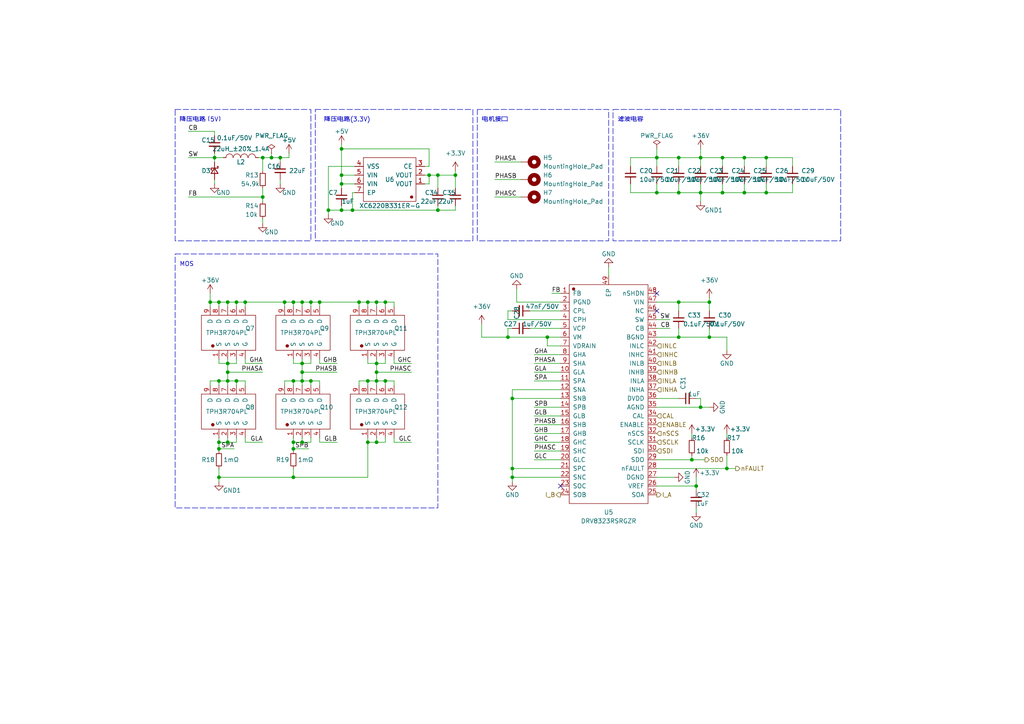
<source format=kicad_sch>
(kicad_sch (version 20230121) (generator eeschema)
  (paper "A4")
  (lib_symbols
    (symbol "Device:C_Small" (pin_numbers hide) (pin_names (offset 0.254) hide)
      (property "Reference" "C" (at 0.254 1.778 0))
      (property "Value" "C_Small" (at 0.254 -2.032 0))
      (symbol "C_Small_0_1"
        (polyline (pts (xy -1.524 -0.508) (xy 1.524 -0.508)) (stroke (width 0.3302)))
        (polyline (pts (xy -1.524 0.508) (xy 1.524 0.508)) (stroke (width 0.3048)))
      )
      (symbol "C_Small_1_1"
        (pin passive line (at 0 2.54 270) (length 2.032) (name "~") (number "1"))
        (pin passive line (at 0 -2.54 90) (length 2.032) (name "~") (number "2"))
      )
    )
    (symbol "Device:D_Schottky_Small" (pin_numbers hide) (pin_names (offset 0.254) hide)
      (property "Reference" "D" (at -1.27 2.032 0))
      (property "Value" "D_Schottky_Small" (at -7.112 -2.032 0))
      (symbol "D_Schottky_Small_0_1"
        (polyline (pts (xy -0.762 0) (xy 0.762 0)))
        (polyline (pts (xy 0.762 -1.016) (xy -0.762 0) (xy 0.762 1.016) (xy 0.762 -1.016)) (stroke (width 0.254)))
        (polyline (pts (xy -1.27 0.762) (xy -1.27 1.016) (xy -0.762 1.016) (xy -0.762 -1.016) (xy -0.254 -1.016) (xy -0.254 -0.762)) (stroke (width 0.254)))
      )
      (symbol "D_Schottky_Small_1_1"
        (pin passive line (at -2.54 0 0) (length 1.778) (name "K") (number "1"))
        (pin passive line (at 2.54 0 180) (length 1.778) (name "A") (number "2"))
      )
    )
    (symbol "Device:R_Small" (pin_numbers hide) (pin_names (offset 0.254) hide)
      (property "Reference" "R" (at 0.762 0.508 0))
      (property "Value" "R_Small" (at 0.762 -1.016 0))
      (symbol "R_Small_0_1"
        (rectangle (start -0.762 1.778) (end 0.762 -1.778) (stroke (width 0.2032)))
      )
      (symbol "R_Small_1_1"
        (pin passive line (at 0 2.54 270) (length 0.762) (name "~") (number "1"))
        (pin passive line (at 0 -2.54 90) (length 0.762) (name "~") (number "2"))
      )
    )
    (symbol "Mechanical:MountingHole_Pad" (pin_numbers hide) (pin_names (offset 1.016) hide)
      (property "Reference" "H" (at 0 6.35 0))
      (property "Value" "MountingHole_Pad" (at 0 4.445 0))
      (symbol "MountingHole_Pad_0_1"
        (circle (center 0 1.27) (radius 1.27) (stroke (width 1.27)))
      )
      (symbol "MountingHole_Pad_1_1"
        (pin input line (at 0 -2.54 90) (length 2.54) (name "1") (number "1"))
      )
    )
    (symbol "Rick_Drive:DRV8323RSRGZR" (pin_names (offset 1.016))
      (property "Reference" "U" (at 0 37.3126 0))
      (property "Value" "DRV8323RSRGZR" (at 0 42.3926 0))
      (symbol "DRV8323RSRGZR_1_1"
        (rectangle (start -11.43 31.75) (end 11.43 -31.75) (stroke (width 0.1524)))
        (circle (center -10.16 30.48) (radius 0.381) (stroke (width 0.1524)) (fill (type outline)))
        (pin input line (at -13.97 29.21 0) (length 2.54) (name "FB") (number "1"))
        (pin output line (at -13.97 6.35 0) (length 2.54) (name "GLA") (number "10"))
        (pin input line (at -13.97 3.81 0) (length 2.54) (name "SPA") (number "11"))
        (pin input line (at -13.97 1.27 0) (length 2.54) (name "SNA") (number "12"))
        (pin input line (at -13.97 -1.27 0) (length 2.54) (name "SNB") (number "13"))
        (pin input line (at -13.97 -3.81 0) (length 2.54) (name "SPB") (number "14"))
        (pin output line (at -13.97 -6.35 0) (length 2.54) (name "GLB") (number "15"))
        (pin input line (at -13.97 -8.89 0) (length 2.54) (name "SHB") (number "16"))
        (pin output line (at -13.97 -11.43 0) (length 2.54) (name "GHB") (number "17"))
        (pin output line (at -13.97 -13.97 0) (length 2.54) (name "GHC") (number "18"))
        (pin input line (at -13.97 -16.51 0) (length 2.54) (name "SHC") (number "19"))
        (pin power_in line (at -13.97 26.67 0) (length 2.54) (name "PGND") (number "2"))
        (pin output line (at -13.97 -19.05 0) (length 2.54) (name "GLC") (number "20"))
        (pin input line (at -13.97 -21.59 0) (length 2.54) (name "SPC") (number "21"))
        (pin input line (at -13.97 -24.13 0) (length 2.54) (name "SNC") (number "22"))
        (pin output line (at -13.97 -26.67 0) (length 2.54) (name "SOC") (number "23"))
        (pin output line (at -13.97 -29.21 0) (length 2.54) (name "SOB") (number "24"))
        (pin output line (at 13.97 -29.21 180) (length 2.54) (name "SOA") (number "25"))
        (pin power_in line (at 13.97 -26.67 180) (length 2.54) (name "VREF") (number "26"))
        (pin power_in line (at 13.97 -24.13 180) (length 2.54) (name "DGND") (number "27"))
        (pin output line (at 13.97 -21.59 180) (length 2.54) (name "nFAULT") (number "28"))
        (pin output line (at 13.97 -19.05 180) (length 2.54) (name "SDO") (number "29"))
        (pin passive line (at -13.97 24.13 0) (length 2.54) (name "CPL") (number "3"))
        (pin input line (at 13.97 -16.51 180) (length 2.54) (name "SDI") (number "30"))
        (pin input line (at 13.97 -13.97 180) (length 2.54) (name "SCLK") (number "31"))
        (pin input line (at 13.97 -11.43 180) (length 2.54) (name "nSCS") (number "32"))
        (pin input line (at 13.97 -8.89 180) (length 2.54) (name "ENABLE") (number "33"))
        (pin input line (at 13.97 -6.35 180) (length 2.54) (name "CAL") (number "34"))
        (pin power_in line (at 13.97 -3.81 180) (length 2.54) (name "AGND") (number "35"))
        (pin power_out line (at 13.97 -1.27 180) (length 2.54) (name "DVDD") (number "36"))
        (pin input line (at 13.97 1.27 180) (length 2.54) (name "INHA") (number "37"))
        (pin input line (at 13.97 3.81 180) (length 2.54) (name "INLA") (number "38"))
        (pin input line (at 13.97 6.35 180) (length 2.54) (name "INHB") (number "39"))
        (pin passive line (at -13.97 21.59 0) (length 2.54) (name "CPH") (number "4"))
        (pin input line (at 13.97 8.89 180) (length 2.54) (name "INLB") (number "40"))
        (pin input line (at 13.97 11.43 180) (length 2.54) (name "INHC") (number "41"))
        (pin input line (at 13.97 13.97 180) (length 2.54) (name "INLC") (number "42"))
        (pin power_in line (at 13.97 16.51 180) (length 2.54) (name "BGND") (number "43"))
        (pin input line (at 13.97 19.05 180) (length 2.54) (name "CB") (number "44"))
        (pin output line (at 13.97 21.59 180) (length 2.54) (name "SW") (number "45"))
        (pin passive line (at 13.97 24.13 180) (length 2.54) (name "NC") (number "46"))
        (pin power_in line (at 13.97 26.67 180) (length 2.54) (name "VIN") (number "47"))
        (pin input line (at 13.97 29.21 180) (length 2.54) (name "nSHDN") (number "48"))
        (pin passive line (at 0 34.29 270) (length 2.54) (name "EP") (number "49"))
        (pin power_out line (at -13.97 19.05 0) (length 2.54) (name "VCP") (number "5"))
        (pin power_in line (at -13.97 16.51 0) (length 2.54) (name "VM") (number "6"))
        (pin input line (at -13.97 13.97 0) (length 2.54) (name "VDRAIN") (number "7"))
        (pin output line (at -13.97 11.43 0) (length 2.54) (name "GHA") (number "8"))
        (pin input line (at -13.97 8.89 0) (length 2.54) (name "SHA") (number "9"))
      )
    )
    (symbol "Rick_Inductor:LQH5BPB220MT0L_22uH_±20%_1.4A" (pin_numbers hide) (pin_names (offset 1.016) hide)
      (property "Reference" "L" (at 0 3.6322 0))
      (property "Value" "LQH5BPB220MT0L_22uH_±20%_1.4A" (at 0 8.7122 0))
      (symbol "LQH5BPB220MT0L_22uH_±20%_1.4A_1_1"
        (polyline (pts (xy -4.2926 0) (xy -4.2926 0.2032) (xy -4.2672 0.381) (xy -4.191 0.5588) (xy -4.064 0.7366) (xy -3.937 0.8636) (xy -3.7592 0.9652) (xy -3.5814 1.0414) (xy -3.3782 1.0922) (xy -3.175 1.0922) (xy -2.9972 1.0414) (xy -2.794 0.9652) (xy -2.6416 0.8636) (xy -2.4892 0.7112) (xy -2.3876 0.5588) (xy -2.3114 0.381) (xy -2.286 0.1778) (xy -2.286 0)) (stroke (width 0.1524)))
        (polyline (pts (xy -2.1336 0) (xy -2.1336 0.2032) (xy -2.1082 0.381) (xy -2.032 0.5588) (xy -1.905 0.7366) (xy -1.778 0.8636) (xy -1.6002 0.9652) (xy -1.4224 1.0414) (xy -1.2192 1.0922) (xy -1.0414 1.0922) (xy -0.8382 1.0414) (xy -0.6604 0.9652) (xy -0.4826 0.8636) (xy -0.3556 0.7112) (xy -0.2286 0.5588) (xy -0.1524 0.381) (xy -0.127 0.1778) (xy -0.127 0)) (stroke (width 0.1524)))
        (polyline (pts (xy 0 0) (xy 0 0.2032) (xy 0.0508 0.381) (xy 0.127 0.5588) (xy 0.2286 0.7366) (xy 0.381 0.8636) (xy 0.5334 0.9652) (xy 0.7366 1.0414) (xy 0.9144 1.0922) (xy 1.1176 1.0922) (xy 1.3208 1.0414) (xy 1.4986 0.9652) (xy 1.6764 0.8636) (xy 1.8034 0.7112) (xy 1.905 0.5588) (xy 1.9812 0.381) (xy 2.032 0.1778) (xy 2.032 0)) (stroke (width 0.1524)))
        (polyline (pts (xy 2.1844 0) (xy 2.2098 0.2032) (xy 2.2352 0.381) (xy 2.3114 0.5588) (xy 2.4384 0.7366) (xy 2.5654 0.8636) (xy 2.7432 0.9652) (xy 2.921 1.0414) (xy 3.1242 1.0922) (xy 3.302 1.0922) (xy 3.5052 1.0414) (xy 3.683 0.9652) (xy 3.8608 0.8636) (xy 3.9878 0.7112) (xy 4.1148 0.5588) (xy 4.191 0.381) (xy 4.2164 0.1778) (xy 4.2164 0)) (stroke (width 0.1524)))
        (pin input line (at -5.08 0 0) (length 0.762) (name "1") (number "1"))
        (pin input line (at 5.08 0 180) (length 0.762) (name "2") (number "2"))
      )
    )
    (symbol "Rick_MOSFET:TPH3R704PL" (pin_names (offset 1.016))
      (property "Reference" "Q" (at 0 11.5062 0))
      (property "Value" "TPH3R704PL" (at 0 16.5862 0))
      (symbol "TPH3R704PL_1_1"
        (rectangle (start -5.08 8.89) (end 5.08 -6.858) (stroke (width 0.1524)))
        (circle (center -3.81 5.588) (radius 0.381) (stroke (width 0.1524)) (fill (type outline)))
        (circle (center -3.81 5.588) (radius 0.381) (stroke (width 0.1524)) (fill (type outline)))
        (pin passive line (at -7.62 3.81 0) (length 2.54) (name "S") (number "1"))
        (pin passive line (at -7.62 1.27 0) (length 2.54) (name "S") (number "2"))
        (pin passive line (at -7.62 -1.27 0) (length 2.54) (name "S") (number "3"))
        (pin input line (at -7.62 -3.81 0) (length 2.54) (name "G") (number "4"))
        (pin passive line (at 7.62 -3.81 180) (length 2.54) (name "D") (number "5"))
        (pin passive line (at 7.62 -1.27 180) (length 2.54) (name "D") (number "6"))
        (pin passive line (at 7.62 1.27 180) (length 2.54) (name "D") (number "7"))
        (pin passive line (at 7.62 3.81 180) (length 2.54) (name "D") (number "8"))
        (pin passive line (at 7.62 6.35 180) (length 2.54) (name "D") (number "9"))
      )
    )
    (symbol "Rick_Regulator_Linear:XC6220B331ER-G" (pin_names (offset 1.016))
      (property "Reference" "U" (at 0 8.9662 0))
      (property "Value" "XC6220B331ER-G" (at 0 7.62 0))
      (symbol "XC6220B331ER-G_1_1"
        (rectangle (start -7.62 6.35) (end 7.62 -6.35) (stroke (width 0.1524)))
        (circle (center -6.35 5.08) (radius 0.381) (stroke (width 0.1524)) (fill (type outline)))
        (pin power_out line (at -10.16 1.27 0) (length 2.54) (name "VOUT") (number "1"))
        (pin passive line (at -10.16 -1.27 0) (length 2.54) (name "VOUT") (number "2"))
        (pin input line (at -10.16 -3.81 0) (length 2.54) (name "CE") (number "3"))
        (pin power_in line (at 10.16 -3.81 180) (length 2.54) (name "VSS") (number "4"))
        (pin power_in line (at 10.16 -1.27 180) (length 2.54) (name "VIN") (number "5"))
        (pin power_in line (at 10.16 1.27 180) (length 2.54) (name "VIN") (number "6"))
        (pin passive line (at 10.16 3.81 180) (length 2.54) (name "EP") (number "7"))
      )
    )
    (symbol "power:+3.3V" (power) (pin_names (offset 0))
      (property "Value" "+3.3V" (at 0 3.556 0))
      (symbol "+3.3V_0_1"
        (polyline (pts (xy -0.762 1.27) (xy 0 2.54)))
        (polyline (pts (xy 0 0) (xy 0 2.54)))
        (polyline (pts (xy 0 2.54) (xy 0.762 1.27)))
      )
      (symbol "+3.3V_1_1"
        (pin power_in line (at 0 0 90) (length 0) hide (name "+3.3V") (number "1"))
      )
    )
    (symbol "power:+36V" (power) (pin_names (offset 0))
      (property "Value" "+36V" (at 0 3.556 0))
      (symbol "+36V_0_1"
        (polyline (pts (xy -0.762 1.27) (xy 0 2.54)))
        (polyline (pts (xy 0 0) (xy 0 2.54)))
        (polyline (pts (xy 0 2.54) (xy 0.762 1.27)))
      )
      (symbol "+36V_1_1"
        (pin power_in line (at 0 0 90) (length 0) hide (name "+36V") (number "1"))
      )
    )
    (symbol "power:+5V" (power) (pin_names (offset 0))
      (property "Value" "+5V" (at 0 3.556 0))
      (symbol "+5V_0_1"
        (polyline (pts (xy -0.762 1.27) (xy 0 2.54)))
        (polyline (pts (xy 0 0) (xy 0 2.54)))
        (polyline (pts (xy 0 2.54) (xy 0.762 1.27)))
      )
      (symbol "+5V_1_1"
        (pin power_in line (at 0 0 90) (length 0) hide (name "+5V") (number "1"))
      )
    )
    (symbol "power:GND" (power) (pin_names (offset 0))
      (property "Value" "GND" (at 0 -3.81 0))
      (symbol "GND_0_1"
        (polyline (pts (xy 0 0) (xy 0 -1.27) (xy 1.27 -1.27) (xy 0 -2.54) (xy -1.27 -1.27) (xy 0 -1.27)))
      )
      (symbol "GND_1_1"
        (pin power_in line (at 0 0 270) (length 0) hide (name "GND") (number "1"))
      )
    )
    (symbol "power:GND1" (power) (pin_names (offset 0))
      (property "Value" "GND1" (at 0 -3.81 0))
      (symbol "GND1_0_1"
        (polyline (pts (xy 0 0) (xy 0 -1.27) (xy 1.27 -1.27) (xy 0 -2.54) (xy -1.27 -1.27) (xy 0 -1.27)))
      )
      (symbol "GND1_1_1"
        (pin power_in line (at 0 0 270) (length 0) hide (name "GND1") (number "1"))
      )
    )
    (symbol "power:PWR_FLAG" (power) (pin_numbers hide) (pin_names (offset 0) hide)
      (property "Value" "PWR_FLAG" (at 0 3.81 0))
      (symbol "PWR_FLAG_0_0"
        (pin power_out line (at 0 0 90) (length 0) (name "pwr") (number "1"))
      )
      (symbol "PWR_FLAG_0_1"
        (polyline (pts (xy 0 0) (xy 0 1.27) (xy -1.016 1.905) (xy 0 2.54) (xy 1.016 1.905) (xy 0 1.27)))
      )
    )
  )
  (junction (at 148.59 138.43))
  (junction (at 85.09 128.27))
  (junction (at 82.55 87.63))
  (junction (at 87.63 105.41))
  (junction (at 148.59 115.57))
  (junction (at 124.46 50.8))
  (junction (at 222.25 55.88))
  (junction (at 63.5 110.49))
  (junction (at 95.25 60.96))
  (junction (at 201.93 140.97))
  (junction (at 196.85 55.88))
  (junction (at 190.5 45.72))
  (junction (at 85.09 138.43))
  (junction (at 209.55 55.88))
  (junction (at 99.06 43.18))
  (junction (at 222.25 45.72))
  (junction (at 62.23 45.72))
  (junction (at 87.63 87.63))
  (junction (at 104.14 87.63))
  (junction (at 71.12 87.63))
  (junction (at 109.22 105.41))
  (junction (at 63.5 130.175))
  (junction (at 87.63 110.49))
  (junction (at 111.76 87.63))
  (junction (at 63.5 128.27))
  (junction (at 196.85 45.72))
  (junction (at 68.58 87.63))
  (junction (at 209.55 45.72))
  (junction (at 109.22 110.49))
  (junction (at 111.76 110.49))
  (junction (at 196.85 97.79))
  (junction (at 203.2 55.88))
  (junction (at 205.74 87.63))
  (junction (at 215.9 55.88))
  (junction (at 63.5 87.63))
  (junction (at 63.5 138.43))
  (junction (at 203.2 45.72))
  (junction (at 148.59 135.89))
  (junction (at 81.28 45.72))
  (junction (at 215.9 45.72))
  (junction (at 90.17 87.63))
  (junction (at 76.2 45.72))
  (junction (at 109.22 107.95))
  (junction (at 85.09 87.63))
  (junction (at 76.2 57.15))
  (junction (at 99.06 60.96))
  (junction (at 106.68 110.49))
  (junction (at 109.22 128.27))
  (junction (at 66.04 110.49))
  (junction (at 132.08 50.8))
  (junction (at 210.82 135.89))
  (junction (at 85.09 110.49))
  (junction (at 190.5 55.88))
  (junction (at 68.58 110.49))
  (junction (at 87.63 107.95))
  (junction (at 85.09 130.175))
  (junction (at 106.68 128.27))
  (junction (at 99.06 53.34))
  (junction (at 99.06 50.8))
  (junction (at 147.32 97.79))
  (junction (at 90.17 110.49))
  (junction (at 66.04 128.27))
  (junction (at 102.235 60.96))
  (junction (at 66.04 87.63))
  (junction (at 196.85 87.63))
  (junction (at 78.74 45.72))
  (junction (at 66.04 105.41))
  (junction (at 127 50.8))
  (junction (at 109.22 87.63))
  (junction (at 205.74 97.79))
  (junction (at 106.68 87.63))
  (junction (at 200.66 133.35))
  (junction (at 158.75 97.79))
  (junction (at 127 60.96))
  (junction (at 66.04 107.95))
  (junction (at 87.63 128.27))
  (junction (at 203.2 118.11))
  (junction (at 60.96 87.63))
  (junction (at 92.71 87.63))
  (no_connect (at 162.56 140.97))
  (no_connect (at 190.5 85.09))
  (no_connect (at 190.5 90.17))
  (wire (pts (xy 85.09 138.43) (xy 63.5 138.43)))
  (wire (pts (xy 154.94 130.81) (xy 162.56 130.81)))
  (wire (pts (xy 109.22 87.63) (xy 109.22 88.9)))
  (wire (pts (xy 147.32 90.17) (xy 147.32 92.71)))
  (wire (pts (xy 176.53 77.47) (xy 176.53 80.01)))
  (wire (pts (xy 87.63 105.41) (xy 90.17 105.41)))
  (wire (pts (xy 76.2 57.15) (xy 76.2 58.42)))
  (wire (pts (xy 66.04 110.49) (xy 66.04 111.76)))
  (wire (pts (xy 111.76 110.49) (xy 111.76 111.76)))
  (wire (pts (xy 147.32 97.79) (xy 139.7 97.79)))
  (wire (pts (xy 82.55 111.76) (xy 82.55 110.49)))
  (wire (pts (xy 123.19 53.34) (xy 124.46 53.34)))
  (wire (pts (xy 63.5 135.89) (xy 63.5 138.43)))
  (wire (pts (xy 210.82 135.89) (xy 190.5 135.89)))
  (wire (pts (xy 127 50.8) (xy 127 54.61)))
  (wire (pts (xy 229.87 53.34) (xy 229.87 55.88)))
  (wire (pts (xy 71.12 127) (xy 71.12 128.27)))
  (wire (pts (xy 54.61 57.15) (xy 76.2 57.15)))
  (wire (pts (xy 190.5 53.34) (xy 190.5 55.88)))
  (wire (pts (xy 154.94 105.41) (xy 162.56 105.41)))
  (wire (pts (xy 87.63 107.95) (xy 97.79 107.95)))
  (wire (pts (xy 85.09 105.41) (xy 87.63 105.41)))
  (wire (pts (xy 82.55 110.49) (xy 85.09 110.49)))
  (wire (pts (xy 154.94 110.49) (xy 162.56 110.49)))
  (wire (pts (xy 109.22 107.95) (xy 119.38 107.95)))
  (wire (pts (xy 106.68 128.27) (xy 109.22 128.27)))
  (wire (pts (xy 148.59 115.57) (xy 148.59 135.89)))
  (wire (pts (xy 106.68 128.27) (xy 106.68 138.43)))
  (wire (pts (xy 196.85 55.88) (xy 203.2 55.88)))
  (wire (pts (xy 62.23 45.72) (xy 62.23 46.99)))
  (wire (pts (xy 196.85 95.25) (xy 196.85 97.79)))
  (wire (pts (xy 99.06 59.69) (xy 99.06 60.96)))
  (wire (pts (xy 124.46 48.26) (xy 123.19 48.26)))
  (wire (pts (xy 203.2 43.18) (xy 203.2 45.72)))
  (wire (pts (xy 205.74 87.63) (xy 205.74 90.17)))
  (wire (pts (xy 60.96 85.09) (xy 60.96 87.63)))
  (wire (pts (xy 76.2 63.5) (xy 76.2 64.77)))
  (wire (pts (xy 215.9 55.88) (xy 222.25 55.88)))
  (wire (pts (xy 85.09 128.27) (xy 87.63 128.27)))
  (wire (pts (xy 143.51 57.15) (xy 151.13 57.15)))
  (wire (pts (xy 111.76 105.41) (xy 111.76 104.14)))
  (wire (pts (xy 109.22 105.41) (xy 109.22 107.95)))
  (wire (pts (xy 190.5 118.11) (xy 203.2 118.11)))
  (wire (pts (xy 222.25 55.88) (xy 229.87 55.88)))
  (wire (pts (xy 111.76 127) (xy 111.76 128.27)))
  (wire (pts (xy 87.63 87.63) (xy 87.63 88.9)))
  (wire (pts (xy 102.235 60.96) (xy 99.06 60.96)))
  (wire (pts (xy 127 60.96) (xy 132.08 60.96)))
  (wire (pts (xy 203.2 45.72) (xy 203.2 48.26)))
  (wire (pts (xy 63.5 127) (xy 63.5 128.27)))
  (wire (pts (xy 99.06 53.34) (xy 102.87 53.34)))
  (wire (pts (xy 54.61 45.72) (xy 62.23 45.72)))
  (wire (pts (xy 127 50.8) (xy 132.08 50.8)))
  (wire (pts (xy 154.94 128.27) (xy 162.56 128.27)))
  (wire (pts (xy 203.2 55.88) (xy 209.55 55.88)))
  (wire (pts (xy 63.5 128.27) (xy 66.04 128.27)))
  (wire (pts (xy 99.06 53.34) (xy 99.06 54.61)))
  (wire (pts (xy 90.17 127) (xy 90.17 128.27)))
  (wire (pts (xy 182.88 55.88) (xy 190.5 55.88)))
  (wire (pts (xy 213.36 135.89) (xy 210.82 135.89)))
  (wire (pts (xy 132.08 50.8) (xy 132.08 54.61)))
  (wire (pts (xy 66.04 105.41) (xy 68.58 105.41)))
  (wire (pts (xy 63.5 104.14) (xy 63.5 105.41)))
  (wire (pts (xy 109.22 87.63) (xy 111.76 87.63)))
  (wire (pts (xy 63.5 105.41) (xy 66.04 105.41)))
  (wire (pts (xy 66.04 87.63) (xy 66.04 88.9)))
  (wire (pts (xy 87.63 110.49) (xy 87.63 111.76)))
  (wire (pts (xy 182.88 48.26) (xy 182.88 45.72)))
  (wire (pts (xy 205.74 97.79) (xy 210.82 97.79)))
  (wire (pts (xy 114.3 110.49) (xy 114.3 111.76)))
  (wire (pts (xy 102.87 55.88) (xy 102.235 55.88)))
  (wire (pts (xy 114.3 127) (xy 114.3 128.27)))
  (wire (pts (xy 209.55 45.72) (xy 209.55 48.26)))
  (wire (pts (xy 143.51 46.99) (xy 151.13 46.99)))
  (wire (pts (xy 127 60.96) (xy 102.235 60.96)))
  (wire (pts (xy 95.25 62.23) (xy 95.25 60.96)))
  (wire (pts (xy 76.2 45.72) (xy 78.74 45.72)))
  (wire (pts (xy 162.56 138.43) (xy 148.59 138.43)))
  (wire (pts (xy 62.23 45.72) (xy 62.23 44.45)))
  (wire (pts (xy 82.55 87.63) (xy 85.09 87.63)))
  (wire (pts (xy 124.46 43.18) (xy 124.46 48.26)))
  (wire (pts (xy 78.74 45.72) (xy 81.28 45.72)))
  (wire (pts (xy 196.85 53.34) (xy 196.85 55.88)))
  (wire (pts (xy 92.71 105.41) (xy 97.79 105.41)))
  (wire (pts (xy 81.28 45.72) (xy 83.82 45.72)))
  (wire (pts (xy 148.59 135.89) (xy 148.59 138.43)))
  (wire (pts (xy 148.59 138.43) (xy 148.59 139.7)))
  (wire (pts (xy 85.09 130.175) (xy 85.09 130.81)))
  (wire (pts (xy 92.71 128.27) (xy 97.79 128.27)))
  (wire (pts (xy 66.04 110.49) (xy 68.58 110.49)))
  (wire (pts (xy 204.47 133.35) (xy 200.66 133.35)))
  (wire (pts (xy 124.46 50.8) (xy 127 50.8)))
  (wire (pts (xy 143.51 52.07) (xy 151.13 52.07)))
  (wire (pts (xy 196.85 45.72) (xy 203.2 45.72)))
  (wire (pts (xy 81.28 52.07) (xy 81.28 53.34)))
  (wire (pts (xy 102.87 48.26) (xy 95.25 48.26)))
  (wire (pts (xy 71.12 128.27) (xy 76.2 128.27)))
  (wire (pts (xy 66.04 104.14) (xy 66.04 105.41)))
  (wire (pts (xy 127 59.69) (xy 127 60.96)))
  (wire (pts (xy 92.71 104.14) (xy 92.71 105.41)))
  (wire (pts (xy 85.09 127) (xy 85.09 128.27)))
  (wire (pts (xy 60.96 88.9) (xy 60.96 87.63)))
  (wire (pts (xy 106.68 105.41) (xy 109.22 105.41)))
  (wire (pts (xy 99.06 43.18) (xy 124.46 43.18)))
  (wire (pts (xy 154.94 102.87) (xy 162.56 102.87)))
  (wire (pts (xy 63.5 130.175) (xy 63.5 130.81)))
  (wire (pts (xy 87.63 107.95) (xy 87.63 110.49)))
  (wire (pts (xy 85.09 128.27) (xy 85.09 130.175)))
  (wire (pts (xy 154.94 118.11) (xy 162.56 118.11)))
  (wire (pts (xy 149.86 87.63) (xy 162.56 87.63)))
  (wire (pts (xy 63.5 110.49) (xy 66.04 110.49)))
  (wire (pts (xy 200.66 133.35) (xy 190.5 133.35)))
  (wire (pts (xy 90.17 87.63) (xy 92.71 87.63)))
  (wire (pts (xy 205.74 86.36) (xy 205.74 87.63)))
  (wire (pts (xy 71.12 87.63) (xy 82.55 87.63)))
  (wire (pts (xy 76.2 49.53) (xy 76.2 45.72)))
  (wire (pts (xy 205.74 97.79) (xy 205.74 95.25)))
  (wire (pts (xy 67.945 130.175) (xy 63.5 130.175)))
  (wire (pts (xy 153.67 90.17) (xy 162.56 90.17)))
  (wire (pts (xy 63.5 110.49) (xy 63.5 111.76)))
  (wire (pts (xy 201.93 147.32) (xy 201.93 148.59)))
  (wire (pts (xy 196.85 87.63) (xy 190.5 87.63)))
  (wire (pts (xy 205.74 87.63) (xy 196.85 87.63)))
  (wire (pts (xy 196.85 97.79) (xy 205.74 97.79)))
  (wire (pts (xy 148.59 113.03) (xy 162.56 113.03)))
  (wire (pts (xy 78.74 44.45) (xy 78.74 45.72)))
  (wire (pts (xy 196.85 87.63) (xy 196.85 90.17)))
  (wire (pts (xy 85.09 87.63) (xy 85.09 88.9)))
  (wire (pts (xy 106.68 87.63) (xy 106.68 88.9)))
  (wire (pts (xy 71.12 110.49) (xy 71.12 111.76)))
  (wire (pts (xy 71.12 104.14) (xy 71.12 105.41)))
  (wire (pts (xy 71.12 87.63) (xy 71.12 88.9)))
  (wire (pts (xy 106.68 127) (xy 106.68 128.27)))
  (wire (pts (xy 114.3 87.63) (xy 114.3 88.9)))
  (wire (pts (xy 87.63 127) (xy 87.63 128.27)))
  (wire (pts (xy 99.06 60.96) (xy 95.25 60.96)))
  (wire (pts (xy 106.68 104.14) (xy 106.68 105.41)))
  (wire (pts (xy 215.9 53.34) (xy 215.9 55.88)))
  (wire (pts (xy 99.06 50.8) (xy 102.87 50.8)))
  (wire (pts (xy 209.55 45.72) (xy 215.9 45.72)))
  (wire (pts (xy 114.3 128.27) (xy 119.38 128.27)))
  (wire (pts (xy 215.9 45.72) (xy 215.9 48.26)))
  (wire (pts (xy 106.68 110.49) (xy 109.22 110.49)))
  (wire (pts (xy 153.67 95.25) (xy 162.56 95.25)))
  (wire (pts (xy 200.66 125.73) (xy 200.66 127)))
  (wire (pts (xy 147.32 92.71) (xy 162.56 92.71)))
  (wire (pts (xy 109.22 127) (xy 109.22 128.27)))
  (wire (pts (xy 190.5 45.72) (xy 190.5 48.26)))
  (wire (pts (xy 210.82 125.73) (xy 210.82 127)))
  (wire (pts (xy 85.09 110.49) (xy 87.63 110.49)))
  (wire (pts (xy 209.55 53.34) (xy 209.55 55.88)))
  (wire (pts (xy 92.71 87.63) (xy 104.14 87.63)))
  (wire (pts (xy 89.535 130.175) (xy 85.09 130.175)))
  (wire (pts (xy 210.82 97.79) (xy 210.82 101.6)))
  (wire (pts (xy 148.59 90.17) (xy 147.32 90.17)))
  (wire (pts (xy 104.14 110.49) (xy 106.68 110.49)))
  (wire (pts (xy 92.71 110.49) (xy 92.71 111.76)))
  (wire (pts (xy 68.58 105.41) (xy 68.58 104.14)))
  (wire (pts (xy 200.66 132.08) (xy 200.66 133.35)))
  (wire (pts (xy 114.3 104.14) (xy 114.3 105.41)))
  (wire (pts (xy 106.68 110.49) (xy 106.68 111.76)))
  (wire (pts (xy 68.58 127) (xy 68.58 128.27)))
  (wire (pts (xy 66.04 128.27) (xy 68.58 128.27)))
  (wire (pts (xy 54.61 38.1) (xy 62.23 38.1)))
  (wire (pts (xy 87.63 110.49) (xy 90.17 110.49)))
  (wire (pts (xy 154.94 133.35) (xy 162.56 133.35)))
  (wire (pts (xy 154.94 125.73) (xy 162.56 125.73)))
  (wire (pts (xy 63.5 87.63) (xy 63.5 88.9)))
  (wire (pts (xy 60.96 111.76) (xy 60.96 110.49)))
  (wire (pts (xy 148.59 95.25) (xy 147.32 95.25)))
  (wire (pts (xy 215.9 45.72) (xy 222.25 45.72)))
  (wire (pts (xy 81.28 45.72) (xy 81.28 46.99)))
  (wire (pts (xy 111.76 110.49) (xy 114.3 110.49)))
  (wire (pts (xy 68.58 110.49) (xy 68.58 111.76)))
  (wire (pts (xy 66.04 107.95) (xy 66.04 110.49)))
  (wire (pts (xy 203.2 45.72) (xy 209.55 45.72)))
  (wire (pts (xy 222.25 45.72) (xy 222.25 48.26)))
  (wire (pts (xy 123.19 50.8) (xy 124.46 50.8)))
  (wire (pts (xy 203.2 118.11) (xy 203.2 115.57)))
  (wire (pts (xy 92.71 127) (xy 92.71 128.27)))
  (wire (pts (xy 132.08 59.69) (xy 132.08 60.96)))
  (wire (pts (xy 68.58 87.63) (xy 71.12 87.63)))
  (wire (pts (xy 62.23 38.1) (xy 62.23 39.37)))
  (wire (pts (xy 190.5 97.79) (xy 196.85 97.79)))
  (wire (pts (xy 148.59 113.03) (xy 148.59 115.57)))
  (wire (pts (xy 66.04 127) (xy 66.04 128.27)))
  (wire (pts (xy 162.56 135.89) (xy 148.59 135.89)))
  (wire (pts (xy 190.5 55.88) (xy 196.85 55.88)))
  (wire (pts (xy 139.7 97.79) (xy 139.7 93.98)))
  (wire (pts (xy 203.2 115.57) (xy 201.93 115.57)))
  (wire (pts (xy 124.46 50.8) (xy 124.46 53.34)))
  (wire (pts (xy 132.08 49.53) (xy 132.08 50.8)))
  (wire (pts (xy 63.5 138.43) (xy 63.5 139.7)))
  (wire (pts (xy 63.5 87.63) (xy 66.04 87.63)))
  (wire (pts (xy 68.58 110.49) (xy 71.12 110.49)))
  (wire (pts (xy 99.06 50.8) (xy 99.06 53.34)))
  (wire (pts (xy 109.22 104.14) (xy 109.22 105.41)))
  (wire (pts (xy 160.02 85.09) (xy 162.56 85.09)))
  (wire (pts (xy 109.22 110.49) (xy 109.22 111.76)))
  (wire (pts (xy 76.2 54.61) (xy 76.2 57.15)))
  (wire (pts (xy 85.09 110.49) (xy 85.09 111.76)))
  (wire (pts (xy 90.17 87.63) (xy 90.17 88.9)))
  (wire (pts (xy 222.25 53.34) (xy 222.25 55.88)))
  (wire (pts (xy 87.63 87.63) (xy 90.17 87.63)))
  (wire (pts (xy 201.93 140.97) (xy 201.93 142.24)))
  (wire (pts (xy 229.87 45.72) (xy 229.87 48.26)))
  (wire (pts (xy 158.75 97.79) (xy 147.32 97.79)))
  (wire (pts (xy 203.2 53.34) (xy 203.2 55.88)))
  (wire (pts (xy 154.94 120.65) (xy 162.56 120.65)))
  (wire (pts (xy 148.59 115.57) (xy 162.56 115.57)))
  (wire (pts (xy 190.5 45.72) (xy 196.85 45.72)))
  (wire (pts (xy 106.68 87.63) (xy 109.22 87.63)))
  (wire (pts (xy 158.75 100.33) (xy 158.75 97.79)))
  (wire (pts (xy 104.14 88.9) (xy 104.14 87.63)))
  (wire (pts (xy 203.2 118.11) (xy 205.74 118.11)))
  (wire (pts (xy 66.04 107.95) (xy 76.2 107.95)))
  (wire (pts (xy 85.09 87.63) (xy 87.63 87.63)))
  (wire (pts (xy 95.25 48.26) (xy 95.25 60.96)))
  (wire (pts (xy 85.09 104.14) (xy 85.09 105.41)))
  (wire (pts (xy 90.17 110.49) (xy 90.17 111.76)))
  (wire (pts (xy 111.76 87.63) (xy 111.76 88.9)))
  (wire (pts (xy 71.12 105.41) (xy 76.2 105.41)))
  (wire (pts (xy 90.17 110.49) (xy 92.71 110.49)))
  (wire (pts (xy 87.63 104.14) (xy 87.63 105.41)))
  (wire (pts (xy 209.55 55.88) (xy 215.9 55.88)))
  (wire (pts (xy 106.68 138.43) (xy 85.09 138.43)))
  (wire (pts (xy 190.5 138.43) (xy 195.58 138.43)))
  (wire (pts (xy 109.22 110.49) (xy 111.76 110.49)))
  (wire (pts (xy 66.04 87.63) (xy 68.58 87.63)))
  (wire (pts (xy 149.86 83.82) (xy 149.86 87.63)))
  (wire (pts (xy 182.88 53.34) (xy 182.88 55.88)))
  (wire (pts (xy 68.58 87.63) (xy 68.58 88.9)))
  (wire (pts (xy 109.22 105.41) (xy 111.76 105.41)))
  (wire (pts (xy 82.55 88.9) (xy 82.55 87.63)))
  (wire (pts (xy 85.09 135.89) (xy 85.09 138.43)))
  (wire (pts (xy 87.63 105.41) (xy 87.63 107.95)))
  (wire (pts (xy 154.94 123.19) (xy 162.56 123.19)))
  (wire (pts (xy 90.17 105.41) (xy 90.17 104.14)))
  (wire (pts (xy 62.23 45.72) (xy 64.77 45.72)))
  (wire (pts (xy 162.56 97.79) (xy 158.75 97.79)))
  (wire (pts (xy 201.93 138.43) (xy 201.93 140.97)))
  (wire (pts (xy 62.23 52.07) (xy 62.23 53.34)))
  (wire (pts (xy 104.14 111.76) (xy 104.14 110.49)))
  (wire (pts (xy 111.76 87.63) (xy 114.3 87.63)))
  (wire (pts (xy 190.5 140.97) (xy 201.93 140.97)))
  (wire (pts (xy 210.82 132.08) (xy 210.82 135.89)))
  (wire (pts (xy 60.96 110.49) (xy 63.5 110.49)))
  (wire (pts (xy 190.5 43.18) (xy 190.5 45.72)))
  (wire (pts (xy 99.06 41.91) (xy 99.06 43.18)))
  (wire (pts (xy 83.82 44.45) (xy 83.82 45.72)))
  (wire (pts (xy 74.93 45.72) (xy 76.2 45.72)))
  (wire (pts (xy 63.5 128.27) (xy 63.5 130.175)))
  (wire (pts (xy 203.2 55.88) (xy 203.2 58.42)))
  (wire (pts (xy 66.04 105.41) (xy 66.04 107.95)))
  (wire (pts (xy 182.88 45.72) (xy 190.5 45.72)))
  (wire (pts (xy 190.5 115.57) (xy 196.85 115.57)))
  (wire (pts (xy 109.22 128.27) (xy 111.76 128.27)))
  (wire (pts (xy 162.56 100.33) (xy 158.75 100.33)))
  (wire (pts (xy 102.235 55.88) (xy 102.235 60.96)))
  (wire (pts (xy 114.3 105.41) (xy 119.38 105.41)))
  (wire (pts (xy 87.63 128.27) (xy 90.17 128.27)))
  (wire (pts (xy 147.32 95.25) (xy 147.32 97.79)))
  (wire (pts (xy 104.14 87.63) (xy 106.68 87.63)))
  (wire (pts (xy 109.22 107.95) (xy 109.22 110.49)))
  (wire (pts (xy 222.25 45.72) (xy 229.87 45.72)))
  (wire (pts (xy 154.94 107.95) (xy 162.56 107.95)))
  (wire (pts (xy 194.31 95.25) (xy 190.5 95.25)))
  (wire (pts (xy 60.96 87.63) (xy 63.5 87.63)))
  (wire (pts (xy 92.71 87.63) (xy 92.71 88.9)))
  (wire (pts (xy 99.06 43.18) (xy 99.06 50.8)))
  (wire (pts (xy 194.31 92.71) (xy 190.5 92.71)))
  (wire (pts (xy 196.85 45.72) (xy 196.85 48.26)))
  (rectangle (start 138.43 31.75) (end 176.53 69.85) (stroke (width 0) (type dash)))
  (rectangle (start 91.44 31.75) (end 137.16 69.85) (stroke (width 0) (type dash)))
  (rectangle (start 50.8 73.66) (end 127 147.32) (stroke (width 0) (type dash)))
  (rectangle (start 50.8 31.75) (end 90.17 69.85) (stroke (width 0) (type dash)))
  (rectangle (start 177.8 31.75) (end 243.84 69.85) (stroke (width 0) (type dash)))
  (text "滤波电容" (at 179.07 35.56 0) (effects (font (size 1.27 1.27)) (justify left bottom)))
  (text "降压电路(3.3V)" (at 93.98 35.56 0) (effects (font (size 1.27 1.27)) (justify left bottom)))
  (text "电机接口" (at 139.7 35.56 0) (effects (font (size 1.27 1.27)) (justify left bottom)))
  (text "降压电路（5V）" (at 52.07 35.56 0) (effects (font (size 1.27 1.27)) (justify left bottom)))
  (text "MOS" (at 52.07 77.47 0) (effects (font (size 1.27 1.27)) (justify left bottom)))
  (label "GHC" (at 154.94 128.27 0))
  (label "SPB" (at 154.94 118.11 0))
  (label "GLB" (at 97.79 128.27 180))
  (label "PHASC" (at 143.51 57.15 0))
  (label "GLB" (at 154.94 120.65 0))
  (label "GLA" (at 154.94 107.95 0))
  (label "FB" (at 54.61 57.15 0))
  (label "PHASA" (at 76.2 107.95 180))
  (label "PHASB" (at 154.94 123.19 0))
  (label "GHA" (at 154.94 102.87 0))
  (label "PHASB" (at 97.79 107.95 180))
  (label "GHA" (at 76.2 105.41 180))
  (label "GLC" (at 119.38 128.27 180))
  (label "PHASC" (at 119.38 107.95 180))
  (label "CB" (at 194.31 95.25 180))
  (label "SPA" (at 154.94 110.49 0))
  (label "FB" (at 160.02 85.09 0))
  (label "PHASC" (at 154.94 130.81 0))
  (label "GHC" (at 119.38 105.41 180))
  (label "GLC" (at 154.94 133.35 0))
  (label "PHASA" (at 154.94 105.41 0))
  (label "PHASA" (at 143.51 46.99 0))
  (label "SPA" (at 67.945 130.175 180))
  (label "SW" (at 54.61 45.72 0))
  (label "SPB" (at 89.535 130.175 180))
  (label "GHB" (at 97.79 105.41 180))
  (label "CB" (at 54.61 38.1 0))
  (label "PHASB" (at 143.51 52.07 0))
  (label "GLA" (at 76.2 128.27 180))
  (label "GHB" (at 154.94 125.73 0))
  (label "SW" (at 194.31 92.71 180))
  (hierarchical_label "nFAULT" (shape output) (at 213.36 135.89 0))
  (hierarchical_label "INHA" (shape input) (at 190.5 113.03 0))
  (hierarchical_label "CAL" (shape input) (at 190.5 120.65 0))
  (hierarchical_label "INLB" (shape input) (at 190.5 105.41 0))
  (hierarchical_label "SDI" (shape input) (at 190.5 130.81 0))
  (hierarchical_label "SDO" (shape output) (at 204.47 133.35 0))
  (hierarchical_label "INLC" (shape input) (at 190.5 100.33 0))
  (hierarchical_label "nSCS" (shape input) (at 190.5 125.73 0))
  (hierarchical_label "I_A" (shape output) (at 190.5 143.51 0))
  (hierarchical_label "I_B" (shape output) (at 162.56 143.51 180))
  (hierarchical_label "ENABLE" (shape input) (at 190.5 123.19 0))
  (hierarchical_label "INLA" (shape input) (at 190.5 110.49 0))
  (hierarchical_label "SCLK" (shape input) (at 190.5 128.27 0))
  (hierarchical_label "INHC" (shape input) (at 190.5 102.87 0))
  (hierarchical_label "INHB" (shape input) (at 190.5 107.95 0))
  (symbol (lib_id "power:GND") (at 176.53 77.47 180) (unit 1)
    (property "Reference" "#PWR041" (effects hide))
    (property "Value" "GND" (at 176.53 73.66 0))
  )
  (symbol (lib_id "Rick_MOSFET:TPH3R704PL") (at 88.9 119.38 90) (unit 1)
    (property "Reference" "Q10" (at 92.71 118.11 90) (effects (justify right)))
    (property "Value" "TPH3R704PL" (at 81.28 119.38 90) (effects (justify right)))
    (property "Footprint" "Rick_MOSFET:TPHR8504PL,L1Q" (effects hide))
    (property "Datasheet" "http://www.szlcsc.com/product/details_152884.html" (effects hide))
    (property "SuppliersPartNumber" "C141553" (effects hide))
    (property "uuid" "std:6bb27363c8dc477f98ec1e8bba0c8153" (effects hide))
  )
  (symbol (lib_id "Device:R_Small") (at 210.82 129.54 0) (unit 1)
    (property "Reference" "R17" (at 210.82 127 0) (effects (justify left)))
    (property "Value" "10k" (at 212.09 130.81 0) (effects (justify left)))
    (property "Footprint" "Resistor_SMD:R_0402_1005Metric_Pad0.72x0.64mm_HandSolder" (effects hide))
  )
  (symbol (lib_id "Device:C_Small") (at 201.93 144.78 0) (unit 1)
    (property "Reference" "C32" (at 201.93 143.51 0) (effects (justify left)))
    (property "Value" "1uF" (at 201.93 146.05 0) (effects (justify left)))
    (property "Footprint" "Capacitor_SMD:C_0402_1005Metric_Pad0.74x0.62mm_HandSolder" (effects hide))
  )
  (symbol (lib_id "power:GND") (at 210.82 101.6 0) (unit 1)
    (property "Reference" "#PWR056" (effects hide))
    (property "Value" "GND" (at 210.82 105.41 0))
  )
  (symbol (lib_id "power:GND") (at 201.93 148.59 0) (unit 1)
    (property "Reference" "#PWR053" (effects hide))
    (property "Value" "GND" (at 201.93 152.4 0))
  )
  (symbol (lib_id "power:+5V") (at 83.82 44.45 0) (unit 1)
    (property "Reference" "#PWR040" (effects hide))
    (property "Value" "+5V" (at 83.82 40.64 0))
  )
  (symbol (lib_id "power:+36V") (at 205.74 86.36 0) (unit 1)
    (property "Reference" "#PWR054" (effects hide))
    (property "Value" "+36V" (at 205.74 81.28 0))
  )
  (symbol (lib_id "power:+3.3V") (at 201.93 138.43 0) (unit 1)
    (property "Reference" "#PWR052" (effects hide))
    (property "Value" "+3.3V" (at 205.74 137.16 0))
  )
  (symbol (lib_id "Device:C_Small") (at 203.2 50.8 0) (unit 1)
    (property "Reference" "C23" (at 205.74 49.5363 0) (effects (justify left)))
    (property "Value" "10uF/50V" (at 205.74 52.0763 0) (effects (justify left)))
    (property "Footprint" "Capacitor_SMD:C_1206_3216Metric_Pad1.33x1.80mm_HandSolder" (effects hide))
  )
  (symbol (lib_id "power:GND") (at 148.59 139.7 0) (unit 1)
    (property "Reference" "#PWR058" (effects hide))
    (property "Value" "GND" (at 148.59 143.51 0))
  )
  (symbol (lib_id "Device:C_Small") (at 199.39 115.57 90) (unit 1)
    (property "Reference" "C31" (at 198.1263 113.03 0) (effects (justify left)))
    (property "Value" "1uF" (at 203.2 114.3 90) (effects (justify left)))
    (property "Footprint" "Capacitor_SMD:C_0402_1005Metric_Pad0.74x0.62mm_HandSolder" (effects hide))
  )
  (symbol (lib_id "Mechanical:MountingHole_Pad") (at 153.67 46.99 270) (unit 1)
    (property "Reference" "H5" (at 157.48 45.72 90) (effects (justify left)))
    (property "Value" "MountingHole_Pad" (at 157.48 48.26 90) (effects (justify left)))
    (property "Footprint" "CawDrive_Connector:POWER_PAD" (effects hide))
  )
  (symbol (lib_id "Rick_Drive:DRV8323RSRGZR") (at 176.53 114.3 0) (unit 1)
    (property "Reference" "U5" (at 176.53 148.59 0))
    (property "Value" "DRV8323RSRGZR" (at 176.53 151.13 0))
    (property "Footprint" "Rick_Drive:DRV8323RS_QFN-48-EP(7x7)" (effects hide))
    (property "SuppliersPartNumber" "C545497" (effects hide))
    (property "uuid" "std:9246a3cfbad349459b18dc55fa653e78" (effects hide))
    (property "Manufacturer" "TI" (effects hide))
    (property "Manufacturer Product Number" "DRV8323RSRGZR" (effects hide))
    (property "JLC Part Number" "C545497" (effects hide))
    (property "JLC URL" "https://item.szlcsc.com/566453.html" (effects hide))
  )
  (symbol (lib_id "power:+3.3V") (at 200.66 125.73 0) (unit 1)
    (property "Reference" "#PWR051" (effects hide))
    (property "Value" "+3.3V" (at 204.47 124.46 0))
  )
  (symbol (lib_id "Device:C_Small") (at 222.25 50.8 0) (unit 1)
    (property "Reference" "C26" (at 224.79 49.5363 0) (effects (justify left)))
    (property "Value" "10uF/50V" (at 224.79 52.0763 0) (effects (justify left)))
    (property "Footprint" "Capacitor_SMD:C_1206_3216Metric_Pad1.33x1.80mm_HandSolder" (effects hide))
  )
  (symbol (lib_id "power:+36V") (at 139.7 93.98 0) (unit 1)
    (property "Reference" "#PWR047" (effects hide))
    (property "Value" "+36V" (at 139.7 88.9 0))
  )
  (symbol (lib_id "power:GND") (at 205.74 118.11 90) (unit 1)
    (property "Reference" "#PWR055" (effects hide))
    (property "Value" "GND" (at 209.55 118.11 0))
  )
  (symbol (lib_id "power:+36V") (at 203.2 43.18 0) (unit 1)
    (property "Reference" "#PWR045" (effects hide))
    (property "Value" "+36V" (at 203.2 39.37 0))
  )
  (symbol (lib_id "power:GND") (at 81.28 53.34 0) (unit 1)
    (property "Reference" "#PWR039" (effects hide))
    (property "Value" "GND" (at 83.82 55.88 0))
  )
  (symbol (lib_id "Device:C_Small") (at 151.13 95.25 90) (unit 1)
    (property "Reference" "C28" (at 149.8663 92.71 0) (effects (justify left)))
    (property "Value" "1uF/50V" (at 160.02 93.98 90) (effects (justify left)))
    (property "Footprint" "Capacitor_SMD:C_0603_1608Metric_Pad1.08x0.95mm_HandSolder" (effects hide))
  )
  (symbol (lib_id "power:+5V") (at 99.06 41.91 0) (unit 1)
    (property "Reference" "#PWR043" (effects hide))
    (property "Value" "+5V" (at 99.06 38.1 0))
  )
  (symbol (lib_id "Device:R_Small") (at 200.66 129.54 0) (unit 1)
    (property "Reference" "R16" (at 200.66 127 0) (effects (justify left)))
    (property "Value" "10k" (at 201.93 130.81 0) (effects (justify left)))
    (property "Footprint" "Resistor_SMD:R_0402_1005Metric_Pad0.72x0.64mm_HandSolder" (effects hide))
  )
  (symbol (lib_id "Device:C_Small") (at 196.85 50.8 0) (unit 1)
    (property "Reference" "C22" (at 199.39 49.5363 0) (effects (justify left)))
    (property "Value" "10uF/50V" (at 199.39 52.0763 0) (effects (justify left)))
    (property "Footprint" "Capacitor_SMD:C_1206_3216Metric_Pad1.33x1.80mm_HandSolder" (effects hide))
  )
  (symbol (lib_id "Device:C_Small") (at 182.88 50.8 0) (unit 1)
    (property "Reference" "C20" (at 185.42 49.5363 0) (effects (justify left)))
    (property "Value" "10uF/50V" (at 185.42 52.0763 0) (effects (justify left)))
    (property "Footprint" "Capacitor_SMD:C_1206_3216Metric_Pad1.33x1.80mm_HandSolder" (effects hide))
  )
  (symbol (lib_id "power:GND") (at 95.25 62.23 0) (unit 1)
    (property "Reference" "#PWR037" (effects hide))
    (property "Value" "GND" (at 97.79 64.77 0))
  )
  (symbol (lib_id "Rick_Inductor:LQH5BPB220MT0L_22uH_±20%_1.4A") (at 69.85 45.72 0) (unit 1)
    (property "Reference" "L2" (at 69.85 46.99 0))
    (property "Value" "22uH_±20%_1.4A" (at 69.85 43.18 0))
    (property "Footprint" "Rick_Inductor:LQH5BPB220MT0L_IND-SMD_L5.0-W5.0" (effects hide))
    (property "Datasheet" "http://www.szlcsc.com/product/details_236869.html" (effects hide))
    (property "SuppliersPartNumber" "C237425" (effects hide))
    (property "uuid" "std:9caca48dd7bd45d6994f62ce2fbe7de4" (effects hide))
  )
  (symbol (lib_id "power:GND") (at 62.23 53.34 0) (unit 1)
    (property "Reference" "#PWR036" (effects hide))
    (property "Value" "GND" (at 64.77 55.88 0))
  )
  (symbol (lib_id "Device:C_Small") (at 196.85 92.71 0) (unit 1)
    (property "Reference" "C33" (at 199.39 91.4463 0) (effects (justify left)))
    (property "Value" "0.1uF/50V" (at 198.12 93.98 0) (effects (justify left)))
    (property "Footprint" "Capacitor_SMD:C_0603_1608Metric_Pad1.08x0.95mm_HandSolder" (effects hide))
  )
  (symbol (lib_id "Device:C_Small") (at 215.9 50.8 0) (unit 1)
    (property "Reference" "C25" (at 218.44 49.5363 0) (effects (justify left)))
    (property "Value" "10uF/50V" (at 218.44 52.0763 0) (effects (justify left)))
    (property "Footprint" "Capacitor_SMD:C_1206_3216Metric_Pad1.33x1.80mm_HandSolder" (effects hide))
  )
  (symbol (lib_id "Device:C_Small") (at 127 57.15 0) (unit 1)
    (property "Reference" "C34" (at 123.19 55.88 0) (effects (justify left)))
    (property "Value" "22uF" (at 121.92 58.42 0) (effects (justify left)))
    (property "Footprint" "Capacitor_SMD:C_0603_1608Metric_Pad1.08x0.95mm_HandSolder" (effects hide))
  )
  (symbol (lib_id "Rick_MOSFET:TPH3R704PL") (at 67.31 119.38 90) (unit 1)
    (property "Reference" "Q8" (at 71.12 118.11 90) (effects (justify right)))
    (property "Value" "TPH3R704PL" (at 59.69 119.38 90) (effects (justify right)))
    (property "Footprint" "Rick_MOSFET:TPHR8504PL,L1Q" (effects hide))
    (property "Datasheet" "http://www.szlcsc.com/product/details_152884.html" (effects hide))
    (property "SuppliersPartNumber" "C141553" (effects hide))
    (property "uuid" "std:6bb27363c8dc477f98ec1e8bba0c8153" (effects hide))
  )
  (symbol (lib_id "Device:C_Small") (at 205.74 92.71 0) (unit 1)
    (property "Reference" "C30" (at 208.28 91.4463 0) (effects (justify left)))
    (property "Value" "0.1uF/50V" (at 205.74 93.98 0) (effects (justify left)))
    (property "Footprint" "Capacitor_SMD:C_1206_3216Metric_Pad1.33x1.80mm_HandSolder" (effects hide))
  )
  (symbol (lib_id "power:+3.3V") (at 132.08 49.53 0) (unit 1)
    (property "Reference" "#PWR061" (effects hide))
    (property "Value" "+3.3V" (at 132.08 44.45 0))
  )
  (symbol (lib_id "Device:C_Small") (at 151.13 90.17 270) (unit 1)
    (property "Reference" "C27" (at 146.05 93.98 90) (effects (justify left)))
    (property "Value" "47nF/50V" (at 152.4 88.9 90) (effects (justify left)))
    (property "Footprint" "Capacitor_SMD:C_0402_1005Metric_Pad0.74x0.62mm_HandSolder" (effects hide))
  )
  (symbol (lib_id "Device:C_Small") (at 229.87 50.8 0) (unit 1)
    (property "Reference" "C29" (at 232.41 49.5363 0) (effects (justify left)))
    (property "Value" "10uF/50V" (at 232.41 52.0763 0) (effects (justify left)))
    (property "Footprint" "Capacitor_SMD:C_1206_3216Metric_Pad1.33x1.80mm_HandSolder" (effects hide))
  )
  (symbol (lib_id "power:+3.3V") (at 210.82 125.73 0) (unit 1)
    (property "Reference" "#PWR057" (effects hide))
    (property "Value" "+3.3V" (at 214.63 124.46 0))
  )
  (symbol (lib_id "Device:R_Small") (at 85.09 133.35 0) (unit 1)
    (property "Reference" "R19" (at 80.01 133.35 0) (effects (justify left)))
    (property "Value" "1mΩ" (at 86.36 133.35 0) (effects (justify left)))
    (property "Footprint" "Resistor_SMD:R_1210_3225Metric_Pad1.30x2.65mm_HandSolder" (effects hide))
  )
  (symbol (lib_id "Rick_MOSFET:TPH3R704PL") (at 110.49 119.38 90) (unit 1)
    (property "Reference" "Q12" (at 114.3 118.11 90) (effects (justify right)))
    (property "Value" "TPH3R704PL" (at 102.87 119.38 90) (effects (justify right)))
    (property "Footprint" "Rick_MOSFET:TPHR8504PL,L1Q" (effects hide))
    (property "Datasheet" "http://www.szlcsc.com/product/details_152884.html" (effects hide))
    (property "SuppliersPartNumber" "C141553" (effects hide))
    (property "uuid" "std:6bb27363c8dc477f98ec1e8bba0c8153" (effects hide))
  )
  (symbol (lib_id "Device:R_Small") (at 76.2 60.96 0) (unit 1)
    (property "Reference" "R14" (at 71.12 59.69 0) (effects (justify left)))
    (property "Value" "10k" (at 71.12 62.23 0) (effects (justify left)))
    (property "Footprint" "Resistor_SMD:R_0402_1005Metric_Pad0.72x0.64mm_HandSolder" (effects hide))
  )
  (symbol (lib_id "Device:C_Small") (at 132.08 57.15 0) (unit 1)
    (property "Reference" "C35" (at 128.27 55.88 0) (effects (justify left)))
    (property "Value" "22uF" (at 127 58.42 0) (effects (justify left)))
    (property "Footprint" "Capacitor_SMD:C_0603_1608Metric_Pad1.08x0.95mm_HandSolder" (effects hide))
  )
  (symbol (lib_id "Mechanical:MountingHole_Pad") (at 153.67 57.15 270) (unit 1)
    (property "Reference" "H7" (at 157.48 55.88 90) (effects (justify left)))
    (property "Value" "MountingHole_Pad" (at 157.48 58.42 90) (effects (justify left)))
    (property "Footprint" "CawDrive_Connector:POWER_PAD" (effects hide))
  )
  (symbol (lib_id "power:GND") (at 149.86 83.82 180) (unit 1)
    (property "Reference" "#PWR048" (effects hide))
    (property "Value" "GND" (at 149.86 80.01 0))
  )
  (symbol (lib_id "Device:R_Small") (at 63.5 133.35 0) (unit 1)
    (property "Reference" "R18" (at 58.42 133.35 0) (effects (justify left)))
    (property "Value" "1mΩ" (at 64.77 133.35 0) (effects (justify left)))
    (property "Footprint" "Resistor_SMD:R_1210_3225Metric_Pad1.30x2.65mm_HandSolder" (effects hide))
  )
  (symbol (lib_id "Device:C_Small") (at 81.28 49.53 0) (unit 1)
    (property "Reference" "C16" (at 77.47 48.26 0) (effects (justify left)))
    (property "Value" "22uF" (at 83.82 49.53 0) (effects (justify left)))
    (property "Footprint" "Capacitor_SMD:C_0603_1608Metric_Pad1.08x0.95mm_HandSolder" (effects hide))
  )
  (symbol (lib_id "power:PWR_FLAG") (at 78.74 44.45 0) (unit 1)
    (property "Reference" "#FLG04" (effects hide))
    (property "Value" "PWR_FLAG" (at 78.74 39.37 0))
  )
  (symbol (lib_id "power:GND") (at 195.58 138.43 90) (unit 1)
    (property "Reference" "#PWR050" (effects hide))
    (property "Value" "GND" (at 199.39 138.43 0))
  )
  (symbol (lib_id "Rick_MOSFET:TPH3R704PL") (at 88.9 96.52 90) (unit 1)
    (property "Reference" "Q9" (at 92.71 95.25 90) (effects (justify right)))
    (property "Value" "TPH3R704PL" (at 81.28 96.52 90) (effects (justify right)))
    (property "Footprint" "Rick_MOSFET:TPHR8504PL,L1Q" (effects hide))
    (property "Datasheet" "http://www.szlcsc.com/product/details_152884.html" (effects hide))
    (property "SuppliersPartNumber" "C141553" (effects hide))
    (property "uuid" "std:6bb27363c8dc477f98ec1e8bba0c8153" (effects hide))
  )
  (symbol (lib_id "power:GND1") (at 63.5 139.7 0) (unit 1)
    (property "Reference" "#PWR059" (effects hide))
    (property "Value" "GND1" (at 67.31 142.24 0))
  )
  (symbol (lib_id "Rick_MOSFET:TPH3R704PL") (at 110.49 96.52 90) (unit 1)
    (property "Reference" "Q11" (at 114.3 95.25 90) (effects (justify right)))
    (property "Value" "TPH3R704PL" (at 102.87 96.52 90) (effects (justify right)))
    (property "Footprint" "Rick_MOSFET:TPHR8504PL,L1Q" (effects hide))
    (property "Datasheet" "http://www.szlcsc.com/product/details_152884.html" (effects hide))
    (property "SuppliersPartNumber" "C141553" (effects hide))
    (property "uuid" "std:6bb27363c8dc477f98ec1e8bba0c8153" (effects hide))
  )
  (symbol (lib_id "Device:C_Small") (at 190.5 50.8 0) (unit 1)
    (property "Reference" "C21" (at 193.04 49.5363 0) (effects (justify left)))
    (property "Value" "10uF/50V" (at 193.04 52.0763 0) (effects (justify left)))
    (property "Footprint" "Capacitor_SMD:C_1206_3216Metric_Pad1.33x1.80mm_HandSolder" (effects hide))
  )
  (symbol (lib_id "Device:R_Small") (at 76.2 52.07 0) (unit 1)
    (property "Reference" "R13" (at 71.12 50.8 0) (effects (justify left)))
    (property "Value" "54.9k" (at 69.85 53.34 0) (effects (justify left)))
    (property "Footprint" "Resistor_SMD:R_0402_1005Metric_Pad0.72x0.64mm_HandSolder" (effects hide))
  )
  (symbol (lib_id "Device:C_Small") (at 99.06 57.15 0) (unit 1)
    (property "Reference" "C7" (at 95.25 55.88 0) (effects (justify left)))
    (property "Value" "1uF" (at 99.06 58.42 0) (effects (justify left)))
    (property "Footprint" "Capacitor_SMD:C_0402_1005Metric_Pad0.74x0.62mm_HandSolder" (effects hide))
  )
  (symbol (lib_id "Rick_MOSFET:TPH3R704PL") (at 67.31 96.52 90) (unit 1)
    (property "Reference" "Q7" (at 71.12 95.25 90) (effects (justify right)))
    (property "Value" "TPH3R704PL" (at 59.69 96.52 90) (effects (justify right)))
    (property "Footprint" "Rick_MOSFET:TPHR8504PL,L1Q" (effects hide))
    (property "Datasheet" "http://www.szlcsc.com/product/details_152884.html" (effects hide))
    (property "SuppliersPartNumber" "C141553" (effects hide))
    (property "uuid" "std:6bb27363c8dc477f98ec1e8bba0c8153" (effects hide))
  )
  (symbol (lib_id "Device:D_Schottky_Small") (at 62.23 49.53 270) (unit 1)
    (property "Reference" "D3" (at 58.42 49.53 90) (effects (justify left)))
    (property "Value" "D_Schottky_Small" (effects hide))
    (property "Footprint" "Diode_SMD:D_SOD-123" (effects hide))
  )
  (symbol (lib_id "Rick_Regulator_Linear:XC6220B331ER-G") (at 113.03 52.07 180) (unit 1)
    (property "Reference" "U6" (at 113.03 52.07 0))
    (property "Value" "XC6220B331ER-G" (at 113.03 59.69 0))
    (property "Footprint" "Rick_Regulator_Linear:XC6220B331ER-G_USP-6C_L2.0-W1.8-P0.50-BL-EP" (effects hide))
    (property "Datasheet" "https://item.szlcsc.com/3520993.html" (effects hide))
    (property "SuppliersPartNumber" "C3013657" (effects hide))
    (property "uuid" "std:db0184e820d246d2b2410a2542fa5cd7" (effects hide))
  )
  (symbol (lib_id "power:GND") (at 76.2 64.77 0) (unit 1)
    (property "Reference" "#PWR038" (effects hide))
    (property "Value" "GND" (at 78.74 67.31 0))
  )
  (symbol (lib_id "power:+36V") (at 60.96 85.09 0) (unit 1)
    (property "Reference" "#PWR060" (effects hide))
    (property "Value" "+36V" (at 60.96 81.28 0))
  )
  (symbol (lib_id "Mechanical:MountingHole_Pad") (at 153.67 52.07 270) (unit 1)
    (property "Reference" "H6" (at 157.48 50.8 90) (effects (justify left)))
    (property "Value" "MountingHole_Pad" (at 157.48 53.34 90) (effects (justify left)))
    (property "Footprint" "CawDrive_Connector:POWER_PAD" (effects hide))
  )
  (symbol (lib_id "Device:C_Small") (at 209.55 50.8 0) (unit 1)
    (property "Reference" "C24" (at 212.09 49.5363 0) (effects (justify left)))
    (property "Value" "10uF/50V" (at 212.09 52.0763 0) (effects (justify left)))
    (property "Footprint" "Capacitor_SMD:C_1206_3216Metric_Pad1.33x1.80mm_HandSolder" (effects hide))
  )
  (symbol (lib_id "Device:C_Small") (at 62.23 41.91 0) (unit 1)
    (property "Reference" "C15" (at 58.42 40.64 0) (effects (justify left)))
    (property "Value" "0.1uF/50V" (at 62.865 40.005 0) (effects (justify left)))
    (property "Footprint" "Capacitor_SMD:C_0603_1608Metric_Pad1.08x0.95mm_HandSolder" (effects hide))
  )
  (symbol (lib_id "power:GND1") (at 203.2 58.42 0) (unit 1)
    (property "Reference" "#PWR046" (effects hide))
    (property "Value" "GND1" (at 207.01 60.96 0))
  )
  (symbol (lib_id "power:PWR_FLAG") (at 190.5 43.18 0) (unit 1)
    (property "Reference" "#FLG05" (effects hide))
    (property "Value" "PWR_FLAG" (at 190.5 39.37 0))
  )
)
</source>
